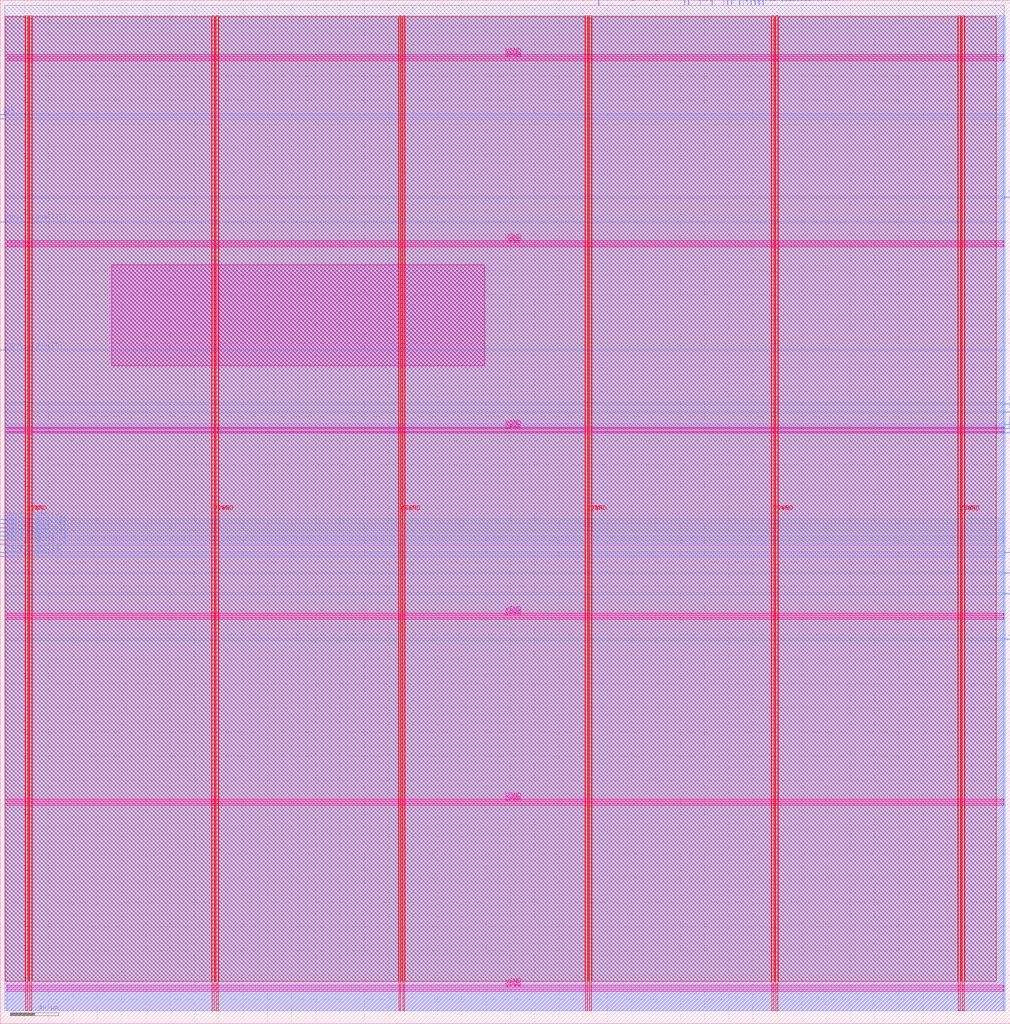
<source format=lef>
VERSION 5.7 ;
  NOWIREEXTENSIONATPIN ON ;
  DIVIDERCHAR "/" ;
  BUSBITCHARS "[]" ;
MACRO top
  CLASS BLOCK ;
  FOREIGN top ;
  ORIGIN 0.000 0.000 ;
  SIZE 831.750 BY 842.470 ;
  PIN VGND
    DIRECTION INOUT ;
    USE GROUND ;
    PORT
      LAYER met4 ;
        RECT 24.340 10.640 25.940 829.840 ;
    END
    PORT
      LAYER met4 ;
        RECT 177.940 10.640 179.540 829.840 ;
    END
    PORT
      LAYER met4 ;
        RECT 331.540 10.640 333.140 829.840 ;
    END
    PORT
      LAYER met4 ;
        RECT 485.140 10.640 486.740 829.840 ;
    END
    PORT
      LAYER met4 ;
        RECT 638.740 10.640 640.340 829.840 ;
    END
    PORT
      LAYER met4 ;
        RECT 792.340 10.640 793.940 829.840 ;
    END
    PORT
      LAYER met5 ;
        RECT 5.280 30.030 826.400 31.630 ;
    END
    PORT
      LAYER met5 ;
        RECT 5.280 183.210 826.400 184.810 ;
    END
    PORT
      LAYER met5 ;
        RECT 5.280 336.390 826.400 337.990 ;
    END
    PORT
      LAYER met5 ;
        RECT 5.280 489.570 826.400 491.170 ;
    END
    PORT
      LAYER met5 ;
        RECT 5.280 642.750 826.400 644.350 ;
    END
    PORT
      LAYER met5 ;
        RECT 5.280 795.930 826.400 797.530 ;
    END
  END VGND
  PIN VPWR
    DIRECTION INOUT ;
    USE POWER ;
    PORT
      LAYER met4 ;
        RECT 21.040 10.640 22.640 829.840 ;
    END
    PORT
      LAYER met4 ;
        RECT 174.640 10.640 176.240 829.840 ;
    END
    PORT
      LAYER met4 ;
        RECT 328.240 10.640 329.840 829.840 ;
    END
    PORT
      LAYER met4 ;
        RECT 481.840 10.640 483.440 829.840 ;
    END
    PORT
      LAYER met4 ;
        RECT 635.440 10.640 637.040 829.840 ;
    END
    PORT
      LAYER met4 ;
        RECT 789.040 10.640 790.640 829.840 ;
    END
    PORT
      LAYER met5 ;
        RECT 5.280 26.730 826.400 28.330 ;
    END
    PORT
      LAYER met5 ;
        RECT 5.280 179.910 826.400 181.510 ;
    END
    PORT
      LAYER met5 ;
        RECT 5.280 333.090 826.400 334.690 ;
    END
    PORT
      LAYER met5 ;
        RECT 5.280 486.270 826.400 487.870 ;
    END
    PORT
      LAYER met5 ;
        RECT 5.280 639.450 826.400 641.050 ;
    END
    PORT
      LAYER met5 ;
        RECT 5.280 792.630 826.400 794.230 ;
    END
  END VPWR
  PIN clk
    DIRECTION INPUT ;
    USE SIGNAL ;
    ANTENNAGATEAREA 0.852000 ;
    ANTENNADIFFAREA 0.434700 ;
    PORT
      LAYER met3 ;
        RECT 0.000 748.040 4.000 748.640 ;
    END
  END clk
  PIN filtered_signal[0]
    DIRECTION OUTPUT ;
    USE SIGNAL ;
    ANTENNADIFFAREA 0.445500 ;
    PORT
      LAYER met3 ;
        RECT 827.750 510.040 831.750 510.640 ;
    END
  END filtered_signal[0]
  PIN filtered_signal[10]
    DIRECTION OUTPUT ;
    USE SIGNAL ;
    ANTENNADIFFAREA 0.795200 ;
    PORT
      LAYER met2 ;
        RECT 608.670 838.470 608.950 842.470 ;
    END
  END filtered_signal[10]
  PIN filtered_signal[11]
    DIRECTION OUTPUT ;
    USE SIGNAL ;
    ANTENNADIFFAREA 0.795200 ;
    PORT
      LAYER met2 ;
        RECT 615.110 838.470 615.390 842.470 ;
    END
  END filtered_signal[11]
  PIN filtered_signal[12]
    DIRECTION OUTPUT ;
    USE SIGNAL ;
    ANTENNADIFFAREA 0.795200 ;
    PORT
      LAYER met2 ;
        RECT 624.770 838.470 625.050 842.470 ;
    END
  END filtered_signal[12]
  PIN filtered_signal[13]
    DIRECTION OUTPUT ;
    USE SIGNAL ;
    ANTENNADIFFAREA 0.795200 ;
    PORT
      LAYER met2 ;
        RECT 627.990 838.470 628.270 842.470 ;
    END
  END filtered_signal[13]
  PIN filtered_signal[14]
    DIRECTION OUTPUT ;
    USE SIGNAL ;
    ANTENNADIFFAREA 0.795200 ;
    PORT
      LAYER met2 ;
        RECT 621.550 838.470 621.830 842.470 ;
    END
  END filtered_signal[14]
  PIN filtered_signal[15]
    DIRECTION OUTPUT ;
    USE SIGNAL ;
    ANTENNADIFFAREA 0.445500 ;
    PORT
      LAYER met3 ;
        RECT 827.750 680.040 831.750 680.640 ;
    END
  END filtered_signal[15]
  PIN filtered_signal[1]
    DIRECTION OUTPUT ;
    USE SIGNAL ;
    ANTENNADIFFAREA 0.445500 ;
    PORT
      LAYER met3 ;
        RECT 827.750 503.240 831.750 503.840 ;
    END
  END filtered_signal[1]
  PIN filtered_signal[2]
    DIRECTION OUTPUT ;
    USE SIGNAL ;
    ANTENNADIFFAREA 0.445500 ;
    PORT
      LAYER met3 ;
        RECT 827.750 493.040 831.750 493.640 ;
    END
  END filtered_signal[2]
  PIN filtered_signal[3]
    DIRECTION OUTPUT ;
    USE SIGNAL ;
    ANTENNADIFFAREA 0.445500 ;
    PORT
      LAYER met3 ;
        RECT 827.750 486.240 831.750 486.840 ;
    END
  END filtered_signal[3]
  PIN filtered_signal[4]
    DIRECTION OUTPUT ;
    USE SIGNAL ;
    ANTENNADIFFAREA 0.795200 ;
    PORT
      LAYER met2 ;
        RECT 576.470 838.470 576.750 842.470 ;
    END
  END filtered_signal[4]
  PIN filtered_signal[5]
    DIRECTION OUTPUT ;
    USE SIGNAL ;
    ANTENNADIFFAREA 0.445500 ;
    PORT
      LAYER met3 ;
        RECT 827.750 489.640 831.750 490.240 ;
    END
  END filtered_signal[5]
  PIN filtered_signal[6]
    DIRECTION OUTPUT ;
    USE SIGNAL ;
    ANTENNADIFFAREA 0.795200 ;
    PORT
      LAYER met2 ;
        RECT 586.130 838.470 586.410 842.470 ;
    END
  END filtered_signal[6]
  PIN filtered_signal[7]
    DIRECTION OUTPUT ;
    USE SIGNAL ;
    ANTENNADIFFAREA 0.795200 ;
    PORT
      LAYER met2 ;
        RECT 599.010 838.470 599.290 842.470 ;
    END
  END filtered_signal[7]
  PIN filtered_signal[8]
    DIRECTION OUTPUT ;
    USE SIGNAL ;
    ANTENNADIFFAREA 0.795200 ;
    PORT
      LAYER met2 ;
        RECT 611.890 838.470 612.170 842.470 ;
    END
  END filtered_signal[8]
  PIN filtered_signal[9]
    DIRECTION OUTPUT ;
    USE SIGNAL ;
    ANTENNADIFFAREA 0.795200 ;
    PORT
      LAYER met2 ;
        RECT 595.790 838.470 596.070 842.470 ;
    END
  END filtered_signal[9]
  PIN input_signal[0]
    DIRECTION INPUT ;
    USE SIGNAL ;
    ANTENNAGATEAREA 0.159000 ;
    PORT
      LAYER met3 ;
        RECT 827.750 316.240 831.750 316.840 ;
    END
  END input_signal[0]
  PIN input_signal[10]
    DIRECTION INPUT ;
    USE SIGNAL ;
    ANTENNAGATEAREA 0.196500 ;
    PORT
      LAYER met3 ;
        RECT 0.000 411.440 4.000 412.040 ;
    END
  END input_signal[10]
  PIN input_signal[11]
    DIRECTION INPUT ;
    USE SIGNAL ;
    ANTENNAGATEAREA 0.196500 ;
    PORT
      LAYER met3 ;
        RECT 0.000 397.840 4.000 398.440 ;
    END
  END input_signal[11]
  PIN input_signal[12]
    DIRECTION INPUT ;
    USE SIGNAL ;
    ANTENNAGATEAREA 0.196500 ;
    PORT
      LAYER met3 ;
        RECT 0.000 394.440 4.000 395.040 ;
    END
  END input_signal[12]
  PIN input_signal[13]
    DIRECTION INPUT ;
    USE SIGNAL ;
    ANTENNAGATEAREA 0.196500 ;
    PORT
      LAYER met3 ;
        RECT 0.000 401.240 4.000 401.840 ;
    END
  END input_signal[13]
  PIN input_signal[14]
    DIRECTION INPUT ;
    USE SIGNAL ;
    ANTENNAGATEAREA 0.196500 ;
    PORT
      LAYER met3 ;
        RECT 0.000 408.040 4.000 408.640 ;
    END
  END input_signal[14]
  PIN input_signal[15]
    DIRECTION INPUT ;
    USE SIGNAL ;
    ANTENNAGATEAREA 0.196500 ;
    PORT
      LAYER met3 ;
        RECT 0.000 659.640 4.000 660.240 ;
    END
  END input_signal[15]
  PIN input_signal[1]
    DIRECTION INPUT ;
    USE SIGNAL ;
    ANTENNAGATEAREA 0.196500 ;
    PORT
      LAYER met2 ;
        RECT 492.750 838.470 493.030 842.470 ;
    END
  END input_signal[1]
  PIN input_signal[2]
    DIRECTION INPUT ;
    USE SIGNAL ;
    ANTENNAGATEAREA 0.159000 ;
    PORT
      LAYER met3 ;
        RECT 827.750 353.640 831.750 354.240 ;
    END
  END input_signal[2]
  PIN input_signal[3]
    DIRECTION INPUT ;
    USE SIGNAL ;
    ANTENNAGATEAREA 0.159000 ;
    PORT
      LAYER met3 ;
        RECT 827.750 387.640 831.750 388.240 ;
    END
  END input_signal[3]
  PIN input_signal[4]
    DIRECTION INPUT ;
    USE SIGNAL ;
    ANTENNAGATEAREA 0.159000 ;
    PORT
      LAYER met3 ;
        RECT 827.750 370.640 831.750 371.240 ;
    END
  END input_signal[4]
  PIN input_signal[5]
    DIRECTION INPUT ;
    USE SIGNAL ;
    ANTENNAGATEAREA 0.196500 ;
    PORT
      LAYER met3 ;
        RECT 0.000 554.240 4.000 554.840 ;
    END
  END input_signal[5]
  PIN input_signal[6]
    DIRECTION INPUT ;
    USE SIGNAL ;
    ANTENNAGATEAREA 0.196500 ;
    PORT
      LAYER met3 ;
        RECT 0.000 404.640 4.000 405.240 ;
    END
  END input_signal[6]
  PIN input_signal[7]
    DIRECTION INPUT ;
    USE SIGNAL ;
    ANTENNAGATEAREA 0.196500 ;
    PORT
      LAYER met3 ;
        RECT 0.000 384.240 4.000 384.840 ;
    END
  END input_signal[7]
  PIN input_signal[8]
    DIRECTION INPUT ;
    USE SIGNAL ;
    ANTENNAGATEAREA 0.196500 ;
    PORT
      LAYER met3 ;
        RECT 0.000 387.640 4.000 388.240 ;
    END
  END input_signal[8]
  PIN input_signal[9]
    DIRECTION INPUT ;
    USE SIGNAL ;
    ANTENNAGATEAREA 0.196500 ;
    PORT
      LAYER met3 ;
        RECT 0.000 414.840 4.000 415.440 ;
    END
  END input_signal[9]
  PIN rst
    DIRECTION INPUT ;
    USE SIGNAL ;
    ANTENNAGATEAREA 0.196500 ;
    PORT
      LAYER met3 ;
        RECT 0.000 744.640 4.000 745.240 ;
    END
  END rst
  PIN tap[0]
    DIRECTION INPUT ;
    USE SIGNAL ;
    ANTENNAGATEAREA 0.213000 ;
    PORT
      LAYER met2 ;
        RECT 602.230 838.470 602.510 842.470 ;
    END
  END tap[0]
  PIN tap[1]
    DIRECTION INPUT ;
    USE SIGNAL ;
    ANTENNAGATEAREA 0.213000 ;
    PORT
      LAYER met2 ;
        RECT 618.330 838.470 618.610 842.470 ;
    END
  END tap[1]
  PIN tap[2]
    DIRECTION INPUT ;
    USE SIGNAL ;
    ANTENNAGATEAREA 0.247500 ;
    PORT
      LAYER met2 ;
        RECT 566.810 838.470 567.090 842.470 ;
    END
  END tap[2]
  PIN tap[3]
    DIRECTION INPUT ;
    USE SIGNAL ;
    ANTENNAGATEAREA 0.247500 ;
    PORT
      LAYER met2 ;
        RECT 563.590 838.470 563.870 842.470 ;
    END
  END tap[3]
  OBS
      LAYER li1 ;
        RECT 5.520 10.795 826.160 829.685 ;
      LAYER met1 ;
        RECT 3.750 10.640 827.010 829.840 ;
      LAYER met2 ;
        RECT 3.770 838.190 492.470 838.470 ;
        RECT 493.310 838.190 563.310 838.470 ;
        RECT 564.150 838.190 566.530 838.470 ;
        RECT 567.370 838.190 576.190 838.470 ;
        RECT 577.030 838.190 585.850 838.470 ;
        RECT 586.690 838.190 595.510 838.470 ;
        RECT 596.350 838.190 598.730 838.470 ;
        RECT 599.570 838.190 601.950 838.470 ;
        RECT 602.790 838.190 608.390 838.470 ;
        RECT 609.230 838.190 611.610 838.470 ;
        RECT 612.450 838.190 614.830 838.470 ;
        RECT 615.670 838.190 618.050 838.470 ;
        RECT 618.890 838.190 621.270 838.470 ;
        RECT 622.110 838.190 624.490 838.470 ;
        RECT 625.330 838.190 627.710 838.470 ;
        RECT 628.550 838.190 826.990 838.470 ;
        RECT 3.770 10.695 826.990 838.190 ;
      LAYER met3 ;
        RECT 3.745 749.040 827.750 829.765 ;
        RECT 4.400 747.640 827.750 749.040 ;
        RECT 3.745 745.640 827.750 747.640 ;
        RECT 4.400 744.240 827.750 745.640 ;
        RECT 3.745 681.040 827.750 744.240 ;
        RECT 3.745 679.640 827.350 681.040 ;
        RECT 3.745 660.640 827.750 679.640 ;
        RECT 4.400 659.240 827.750 660.640 ;
        RECT 3.745 555.240 827.750 659.240 ;
        RECT 4.400 553.840 827.750 555.240 ;
        RECT 3.745 511.040 827.750 553.840 ;
        RECT 3.745 509.640 827.350 511.040 ;
        RECT 3.745 504.240 827.750 509.640 ;
        RECT 3.745 502.840 827.350 504.240 ;
        RECT 3.745 494.040 827.750 502.840 ;
        RECT 3.745 492.640 827.350 494.040 ;
        RECT 3.745 490.640 827.750 492.640 ;
        RECT 3.745 489.240 827.350 490.640 ;
        RECT 3.745 487.240 827.750 489.240 ;
        RECT 3.745 485.840 827.350 487.240 ;
        RECT 3.745 415.840 827.750 485.840 ;
        RECT 4.400 414.440 827.750 415.840 ;
        RECT 3.745 412.440 827.750 414.440 ;
        RECT 4.400 411.040 827.750 412.440 ;
        RECT 3.745 409.040 827.750 411.040 ;
        RECT 4.400 407.640 827.750 409.040 ;
        RECT 3.745 405.640 827.750 407.640 ;
        RECT 4.400 404.240 827.750 405.640 ;
        RECT 3.745 402.240 827.750 404.240 ;
        RECT 4.400 400.840 827.750 402.240 ;
        RECT 3.745 398.840 827.750 400.840 ;
        RECT 4.400 397.440 827.750 398.840 ;
        RECT 3.745 395.440 827.750 397.440 ;
        RECT 4.400 394.040 827.750 395.440 ;
        RECT 3.745 388.640 827.750 394.040 ;
        RECT 4.400 387.240 827.350 388.640 ;
        RECT 3.745 385.240 827.750 387.240 ;
        RECT 4.400 383.840 827.750 385.240 ;
        RECT 3.745 371.640 827.750 383.840 ;
        RECT 3.745 370.240 827.350 371.640 ;
        RECT 3.745 354.640 827.750 370.240 ;
        RECT 3.745 353.240 827.350 354.640 ;
        RECT 3.745 317.240 827.750 353.240 ;
        RECT 3.745 315.840 827.350 317.240 ;
        RECT 3.745 10.715 827.750 315.840 ;
      LAYER met4 ;
        RECT 3.975 34.855 20.640 828.745 ;
        RECT 23.040 34.855 23.940 828.745 ;
        RECT 26.340 34.855 174.240 828.745 ;
        RECT 176.640 34.855 177.540 828.745 ;
        RECT 179.940 34.855 327.840 828.745 ;
        RECT 330.240 34.855 331.140 828.745 ;
        RECT 333.540 34.855 481.440 828.745 ;
        RECT 483.840 34.855 484.740 828.745 ;
        RECT 487.140 34.855 635.040 828.745 ;
        RECT 637.440 34.855 638.340 828.745 ;
        RECT 640.740 34.855 788.640 828.745 ;
        RECT 791.040 34.855 791.940 828.745 ;
        RECT 794.340 34.855 820.345 828.745 ;
      LAYER met5 ;
        RECT 91.660 541.500 398.700 624.700 ;
  END
END top
END LIBRARY


</source>
